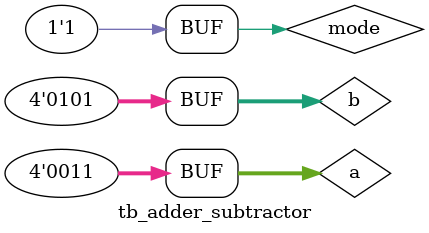
<source format=v>
`timescale 1ns/1ps
module tb_adder_subtractor;
    reg [3:0] a, b;
    reg mode;
    wire [3:0] result;
    wire overflow, carry_out;
    
    adder_subtractor uut(a, b, mode, result, overflow, carry_out);
    
    initial begin
        mode = 0;
        a = 4'b0101; b = 4'b0011; #10;  // 5 + 3 = 8
        a = 4'b1100; b = 4'b1100; #10;  // -4 + -4 = -8 (no overflow)
        a = 4'b0111; b = 4'b0111; #10;  // 7 + 7 = 14 (overflow in signed)
        
        // Subtraction tests
        mode = 1;
        a = 4'b1000; b = 4'b0001; #10;  // -8 - 1 = -9 (overflow in signed)
        a = 4'b0101; b = 4'b0011; #10;  // 5 - 3 = 2
        a = 4'b0011; b = 4'b0101; #10;  // 3 - 5 = -2
        #10 ;
    end
endmodule
</source>
